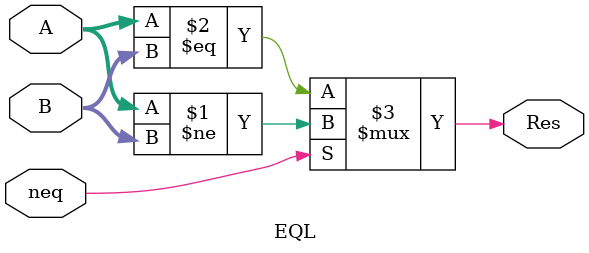
<source format=v>
module EQL(Res, A, B, neq);
	output reg Res;
	input [31:0] A, B;
	input neq;
	
	assign Res = neq ? (A != B): (A ==B);
endmodule
</source>
